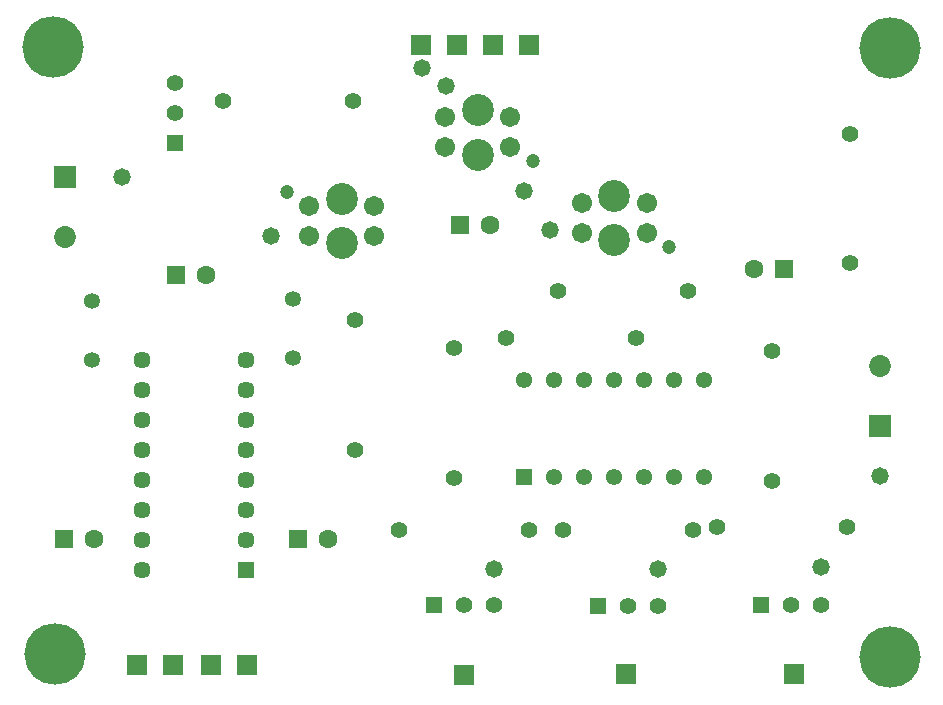
<source format=gbs>
%TF.GenerationSoftware,Altium Limited,Altium Designer,24.7.2 (38)*%
G04 Layer_Color=16711935*
%FSLAX45Y45*%
%MOMM*%
%TF.SameCoordinates,CC96ED50-5278-442E-815C-D6E1CD6F0417*%
%TF.FilePolarity,Negative*%
%TF.FileFunction,Soldermask,Bot*%
%TF.Part,Single*%
G01*
G75*
%TA.AperFunction,ComponentPad*%
%ADD40C,1.85320*%
%ADD41R,1.85320X1.85320*%
%ADD42C,1.40320*%
%ADD43C,1.45320*%
%ADD44C,1.35320*%
%ADD45C,1.42120*%
%ADD46R,1.42120X1.42120*%
%ADD47R,1.76320X1.76320*%
%ADD48R,1.76320X1.76320*%
%ADD49R,1.60120X1.60120*%
%ADD50C,1.60120*%
%ADD51C,1.70320*%
%ADD52C,1.20320*%
%ADD53C,2.70320*%
%ADD54C,1.60320*%
%ADD55R,1.60320X1.60320*%
%ADD56R,1.45320X1.45320*%
%ADD57C,1.38320*%
%ADD58R,1.38320X1.38320*%
%ADD59R,1.42120X1.42120*%
%TA.AperFunction,ViaPad*%
%ADD60C,5.20320*%
%ADD61C,1.47320*%
D40*
X444500Y3873500D02*
D03*
X7340600Y2781300D02*
D03*
D41*
X444500Y4381500D02*
D03*
X7340600Y2273300D02*
D03*
D42*
X7086600Y3653702D02*
D03*
Y4753700D02*
D03*
X4174402Y3022600D02*
D03*
X5274400D02*
D03*
X3733800Y2937601D02*
D03*
Y1837599D02*
D03*
X6426200Y1808302D02*
D03*
Y2908300D02*
D03*
X2895600Y2075002D02*
D03*
Y3175000D02*
D03*
X4618902Y3416300D02*
D03*
X5718900D02*
D03*
X2882900Y5029200D02*
D03*
X1782897D02*
D03*
X4372701Y1397000D02*
D03*
X3272699D02*
D03*
X5763351D02*
D03*
X4663349D02*
D03*
X5965099Y1422400D02*
D03*
X7065101D02*
D03*
D43*
X1976700Y2832100D02*
D03*
X1096702Y1054100D02*
D03*
Y1308100D02*
D03*
Y1562100D02*
D03*
Y1816100D02*
D03*
Y2070100D02*
D03*
Y2324100D02*
D03*
Y2578100D02*
D03*
Y2832100D02*
D03*
X1976700Y2578100D02*
D03*
Y2324100D02*
D03*
Y2070100D02*
D03*
Y1816100D02*
D03*
Y1562100D02*
D03*
Y1308100D02*
D03*
D44*
X2374900Y2848800D02*
D03*
Y3348800D02*
D03*
X673100Y3336100D02*
D03*
Y2836100D02*
D03*
D45*
X1371600Y5181600D02*
D03*
Y4927600D02*
D03*
X3822700Y762000D02*
D03*
X4076700D02*
D03*
X5461000Y749300D02*
D03*
X5207000D02*
D03*
X6591300Y762000D02*
D03*
X6845300D02*
D03*
D46*
X1371600Y4673600D02*
D03*
D47*
X3822700Y165100D02*
D03*
X5194300Y177800D02*
D03*
X6616700D02*
D03*
D48*
X3454400Y5499100D02*
D03*
X1981200Y254000D02*
D03*
X1676400D02*
D03*
X1358900D02*
D03*
X1054100D02*
D03*
X3759200Y5499100D02*
D03*
X4064000D02*
D03*
X4368800D02*
D03*
D49*
X431800Y1320800D02*
D03*
X2413000D02*
D03*
D50*
X685800D02*
D03*
X2667000D02*
D03*
D51*
X2510699Y3886200D02*
D03*
X3060700D02*
D03*
Y4140200D02*
D03*
X2510699D02*
D03*
X5367701Y4165600D02*
D03*
X4817700D02*
D03*
Y3911600D02*
D03*
X5367701D02*
D03*
X4212000Y4889500D02*
D03*
X3661999D02*
D03*
Y4635500D02*
D03*
X4212000D02*
D03*
D52*
X2320701Y4258198D02*
D03*
X5557699Y3793602D02*
D03*
X4402002Y4517502D02*
D03*
D53*
X2785699Y4203202D02*
D03*
Y3823198D02*
D03*
X5092701Y3848598D02*
D03*
Y4228602D02*
D03*
X3936999Y4572498D02*
D03*
Y4952502D02*
D03*
D54*
X6273800Y3606800D02*
D03*
X1638300Y3556000D02*
D03*
X4038600Y3975100D02*
D03*
D55*
X6527800Y3606800D02*
D03*
X1384300Y3556000D02*
D03*
X3784600Y3975100D02*
D03*
D56*
X1976700Y1054100D02*
D03*
D57*
X4330700Y2667000D02*
D03*
X4584700D02*
D03*
X4838700D02*
D03*
X5092700D02*
D03*
X5346700D02*
D03*
X5600700D02*
D03*
X5854700D02*
D03*
Y1841500D02*
D03*
X5600700D02*
D03*
X5346700D02*
D03*
X5092700D02*
D03*
X4838700D02*
D03*
X4584700D02*
D03*
D58*
X4330700D02*
D03*
D59*
X3568700Y762000D02*
D03*
X4953000Y749300D02*
D03*
X6337300Y762000D02*
D03*
D60*
X342900Y5486400D02*
D03*
X7429500Y5473700D02*
D03*
X355600Y342900D02*
D03*
X7429500Y317500D02*
D03*
D61*
X4076700Y1066800D02*
D03*
X6845300Y1079500D02*
D03*
X5461000Y1066800D02*
D03*
X3467100Y5308600D02*
D03*
X3670300Y5156200D02*
D03*
X7340600Y1854200D02*
D03*
X4546600Y3937000D02*
D03*
X2184400Y3886200D02*
D03*
X927100Y4381500D02*
D03*
X4330700Y4267200D02*
D03*
%TF.MD5,dec4c318cc7280820fe597d93848dbd9*%
M02*

</source>
